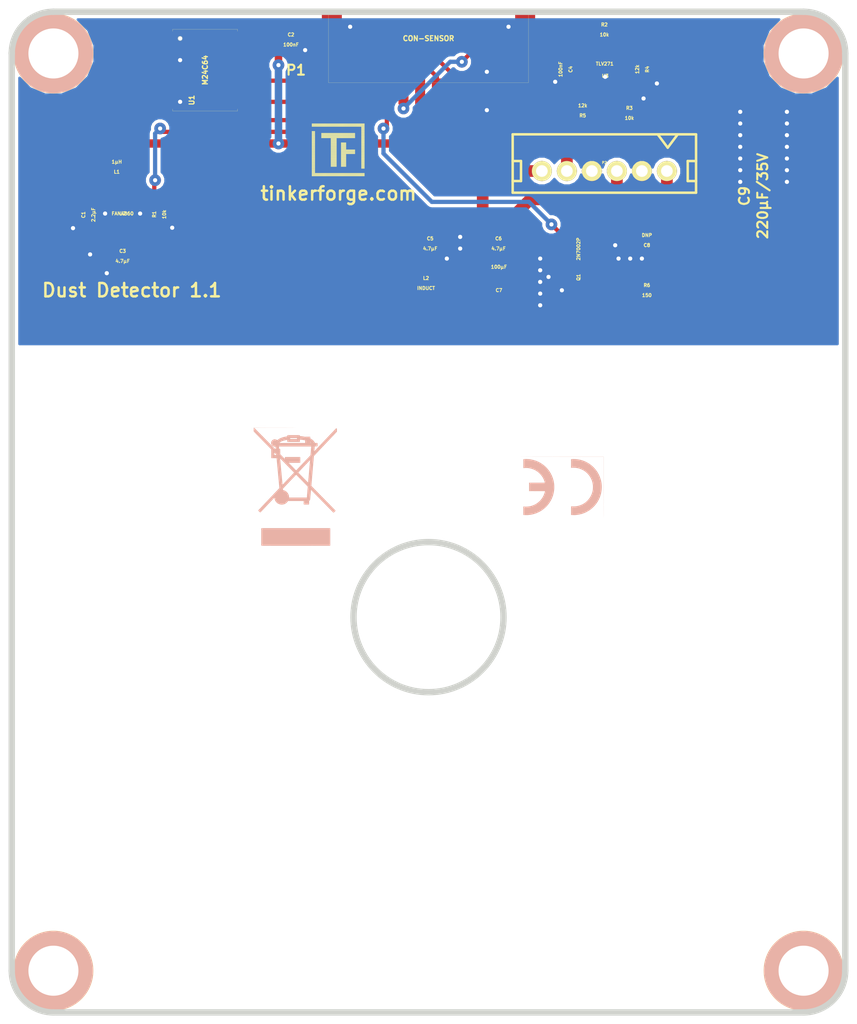
<source format=kicad_pcb>
(kicad_pcb (version 4) (host pcbnew 4.0.2-4+6225~38~ubuntu15.10.1-stable)
  (title_block (title "Dust Detector Bricklet") (date 2016-03-04) (rev 1.1) (company "Tinkerforfge GmbH") (comment 1 "Licensed under CERN OHL v.1.1") (comment 2 "Copyright (©) 2016, B.Nordmeyer <bastian@tinkerforge.com>"))
  (layers (0 F.Cu signal) (31 B.Cu signal hide) (34 B.Paste user) (35 F.Paste user) (36 B.SilkS user) (37 F.SilkS user) (38 B.Mask user) (39 F.Mask user) (44 Edge.Cuts user))
  (net 0 "")
  (net 1 +5V)
  (net 2 3V3)
  (net 3 EN)
  (net 4 GND)
  (net 5 "Net-(L1-Pad2)")
  (net 6 "Net-(P1-Pad4)")
  (net 7 "Net-(P1-Pad5)")
  (net 8 "Net-(P1-Pad6)")
  (net 9 "Net-(P1-Pad7)")
  (net 10 "Net-(R2-Pad1)")
  (net 11 "Net-(C6-Pad2)")
  (net 12 "Net-(C8-Pad2)")
  (net 13 "Net-(P1-Pad8)")
  (net 14 "Net-(R3-Pad2)")
  (net 15 "Net-(P2-Pad3)")
  (net 16 "Net-(P2-Pad5)")
  (module kicad-libraries:DRILL_NP (layer F.Cu) (at 121.4 65.6)
    (fp_text reference U6 hide)
    (fp_text value DRILL hide)
    (pad "" np_thru_hole circle (at 0 0) (size 2.99974 2.99974) (drill 2.99974) (layers *.Cu *.Mask F.SilkS) (clearance 0.89916))
  )
  (module kicad-libraries:3528-21 (layer F.Cu) (at 148.1 79.3)
    (fp_text reference C7 (at 0.025 0.5) (layer F.SilkS) (effects (font (size 0.2 0.2) (thickness 0.05))))
    (fp_text value 100µF (at 0.025 -0.9) (layer F.SilkS) (effects (font (size 0.2 0.2) (thickness 0.05))))
    (pad 1 smd rect (at -1.40048 0) (size 1.59954 2.79908) (layers F.Cu F.Paste F.Mask) (net 11 "Net-(C6-Pad2)") (clearance 0.14986))
    (pad 2 smd rect (at 1.40048 0) (size 1.59954 2.79908) (layers F.Cu F.Paste F.Mask) (net 4 GND) (clearance 0.14986))
  )
  (module kicad-libraries:CON-SENSOR (layer F.Cu) (at 143.9 63.1 180)
    (fp_text reference P1 (at 7.9502 -3.50012 180) (layer F.SilkS) (effects (font (size 0.59944 0.59944) (thickness 0.12446))))
    (fp_text value CON-SENSOR (at 0 -1.6002 180) (layer F.SilkS) (effects (font (size 0.29972 0.29972) (thickness 0.07112))))
    (pad 1 smd rect (at -4.50088 -4.7752 180) (size 0.59944 1.5494) (layers F.Cu F.Paste F.Mask))
    (pad 2 smd rect (at -3.50012 -4.7752 180) (size 0.59944 1.5494) (layers F.Cu F.Paste F.Mask) (net 4 GND))
    (pad 3 smd rect (at -2.49936 -4.7752 180) (size 0.59944 1.5494) (layers F.Cu F.Paste F.Mask) (net 2 3V3))
    (pad 4 smd rect (at -1.50114 -4.7752 180) (size 0.59944 1.5494) (layers F.Cu F.Paste F.Mask) (net 6 "Net-(P1-Pad4)"))
    (pad 5 smd rect (at -0.50038 -4.7752 180) (size 0.59944 1.5494) (layers F.Cu F.Paste F.Mask) (net 7 "Net-(P1-Pad5)"))
    (pad 6 smd rect (at 0.50038 -4.7752 180) (size 0.59944 1.5494) (layers F.Cu F.Paste F.Mask) (net 8 "Net-(P1-Pad6)"))
    (pad 7 smd rect (at 1.50114 -4.7752 180) (size 0.59944 1.5494) (layers F.Cu F.Paste F.Mask) (net 9 "Net-(P1-Pad7)"))
    (pad 8 smd rect (at 2.49936 -4.7752 180) (size 0.59944 1.5494) (layers F.Cu F.Paste F.Mask) (net 13 "Net-(P1-Pad8)"))
    (pad 9 smd rect (at 3.50012 -4.7752 180) (size 0.59944 1.5494) (layers F.Cu F.Paste F.Mask) (net 3 EN))
    (pad 10 smd rect (at 4.50088 -4.7752 180) (size 0.59944 1.5494) (layers F.Cu F.Paste F.Mask))
    (pad EP smd rect (at -5.79882 -0.89916 180) (size 1.19888 1.80086) (layers F.Cu F.Paste F.Mask) (net 4 GND))
    (pad EP smd rect (at 5.79882 -0.89916 180) (size 1.19888 1.80086) (layers F.Cu F.Paste F.Mask) (net 4 GND))
  )
  (module kicad-libraries:SOT23GDS (layer F.Cu) (at 152.9 78.1 90)
    (fp_text reference Q1 (at -0.925 0 90) (layer F.SilkS) (effects (font (size 0.2 0.2) (thickness 0.05))))
    (fp_text value 2N7002P (at 0.775 0 90) (layer F.SilkS) (effects (font (size 0.2 0.2) (thickness 0.05))))
    (pad S smd rect (at -0.889 -1.016 90) (size 0.9144 0.9144) (layers F.Cu F.Paste F.Mask) (net 4 GND))
    (pad G smd rect (at 0.889 -1.016 90) (size 0.9144 0.9144) (layers F.Cu F.Paste F.Mask) (net 13 "Net-(P1-Pad8)"))
    (pad D smd rect (at 0 1.016 90) (size 0.9144 0.9144) (layers F.Cu F.Paste F.Mask) (net 15 "Net-(P2-Pad3)"))
  )
  (module kicad-libraries:SOIC8 (layer F.Cu) (at 130.5 66.6 270)
    (fp_text reference U1 (at 1.8 0.8 270) (layer F.SilkS) (effects (font (size 0.29972 0.29972) (thickness 0.0762))))
    (fp_text value M24C64 (at 0 0 270) (layer F.SilkS) (effects (font (size 0.29972 0.29972) (thickness 0.0762))))
    (pad 1 smd rect (at -1.90246 2.69748 90) (size 0.59944 1.5494) (layers F.Cu F.Paste F.Mask) (net 4 GND))
    (pad 2 smd rect (at -0.63246 2.69748 90) (size 0.59944 1.5494) (layers F.Cu F.Paste F.Mask) (net 4 GND))
    (pad 3 smd rect (at 0.63246 2.69748 90) (size 0.59944 1.5494) (layers F.Cu F.Paste F.Mask) (net 8 "Net-(P1-Pad6)"))
    (pad 4 smd rect (at 1.90246 2.69748 90) (size 0.59944 1.5494) (layers F.Cu F.Paste F.Mask) (net 4 GND))
    (pad 5 smd rect (at 1.90246 -2.69748 270) (size 0.59944 1.5494) (layers F.Cu F.Paste F.Mask) (net 7 "Net-(P1-Pad5)"))
    (pad 6 smd rect (at 0.63246 -2.69748 270) (size 0.59944 1.5494) (layers F.Cu F.Paste F.Mask) (net 6 "Net-(P1-Pad4)"))
    (pad 7 smd rect (at -0.63246 -2.69748 270) (size 0.59944 1.5494) (layers F.Cu F.Paste F.Mask))
    (pad 8 smd rect (at -1.90246 -2.69748 270) (size 0.59944 1.5494) (layers F.Cu F.Paste F.Mask) (net 2 3V3))
  )
  (module kicad-libraries:UMLP_22 (layer F.Cu) (at 125.55 75.2 180)
    (fp_text reference U2 (at 0 0 180) (layer F.SilkS) (effects (font (size 0.2 0.2) (thickness 0.05))))
    (fp_text value FAN4860 (at 0 0 180) (layer F.SilkS) (effects (font (size 0.2 0.2) (thickness 0.05))))
    (pad 3 smd rect (at -0.65 -1.05 180) (size 0.25 0.8) (layers F.Cu F.Paste F.Mask) (net 1 +5V))
    (pad 2 smd rect (at 0 -1.05 180) (size 0.25 0.8) (layers F.Cu F.Paste F.Mask) (net 1 +5V))
    (pad 1 smd rect (at 0.65 -1.05 180) (size 0.25 0.8) (layers F.Cu F.Paste F.Mask) (net 4 GND))
    (pad 4 smd rect (at -0.65 1.05 180) (size 0.25 0.8) (layers F.Cu F.Paste F.Mask) (net 3 EN))
    (pad 5 smd rect (at 0 1.05 180) (size 0.25 0.8) (layers F.Cu F.Paste F.Mask) (net 5 "Net-(L1-Pad2)"))
    (pad 6 smd rect (at 0.65 1.05 180) (size 0.25 0.8) (layers F.Cu F.Paste F.Mask) (net 2 3V3))
    (pad EP smd rect (at 0 0 180) (size 1.45 0.8) (layers F.Cu F.Paste F.Mask) (net 4 GND))
  )
  (module kicad-libraries:SOT23-5 (layer F.Cu) (at 154.5 66.6)
    (fp_text reference U3 (at 0 0.35052) (layer F.SilkS) (effects (font (size 0.2 0.2) (thickness 0.05))))
    (fp_text value TLV271 (at -0.03 -0.38) (layer F.SilkS) (effects (font (size 0.2 0.2) (thickness 0.05))))
    (pad 1 smd rect (at -0.94996 1.19888) (size 0.50038 0.8001) (layers F.Cu F.Paste F.Mask) (net 9 "Net-(P1-Pad7)") (clearance 0.14986))
    (pad 2 smd rect (at 0 1.19888) (size 0.50038 0.8001) (layers F.Cu F.Paste F.Mask) (net 4 GND) (clearance 0.14986))
    (pad 3 smd rect (at 0.94996 1.19888) (size 0.50038 0.8001) (layers F.Cu F.Paste F.Mask) (net 14 "Net-(R3-Pad2)") (clearance 0.14986))
    (pad 5 smd rect (at -0.94996 -1.19888) (size 0.50038 0.8001) (layers F.Cu F.Paste F.Mask) (net 2 3V3) (clearance 0.14986))
    (pad 4 smd rect (at 0.94996 -1.19888) (size 0.50038 0.8001) (layers F.Cu F.Paste F.Mask) (net 10 "Net-(R2-Pad1)") (clearance 0.14986))
  )
  (module kicad-libraries:DRILL_NP (layer F.Cu) (at 121.4 120.6)
    (fp_text reference U4 hide)
    (fp_text value DRILL hide)
    (pad "" np_thru_hole circle (at 0 0) (size 2.99974 2.99974) (drill 2.99974) (layers *.Cu *.Mask F.SilkS) (clearance 0.89916))
  )
  (module kicad-libraries:DRILL_NP (layer F.Cu) (at 166.4 65.6)
    (fp_text reference U5 hide)
    (fp_text value DRILL hide)
    (pad "" np_thru_hole circle (at 0 0) (size 2.99974 2.99974) (drill 2.99974) (layers *.Cu *.Mask F.SilkS) (clearance 0.89916))
  )
  (module kicad-libraries:DRILL_NP (layer F.Cu) (at 166.4 120.6)
    (fp_text reference U7 hide)
    (fp_text value DRILL hide)
    (pad "" np_thru_hole circle (at 0 0) (size 2.99974 2.99974) (drill 2.99974) (layers *.Cu *.Mask F.SilkS) (clearance 0.89916))
  )
  (module kicad-libraries:Logo_31x31 (layer F.Cu) (at 136.9 69.8)
    (fp_text reference G*** hide)
    (fp_text value Logo_31x31 hide)
  )
  (module kicad-libraries:WEEE_7mm_back (layer B.Cu) (at 135.9 91.6)
    (fp_text reference VAL hide)
    (fp_text value WEEE_7mm_back hide)
  )
  (module kicad-libraries:CE_5mm (layer B.Cu) (at 151.9 91.6 180)
    (fp_text reference VAL hide)
    (fp_text value CE_5mm hide)
  )
  (module kicad-libraries:Fiducial_Mark (layer F.Cu) (at 121.4 77.6)
    (fp_text reference Fiducial_Mark hide)
    (fp_text value VAL** hide)
    (pad 1 smd circle (at 0 0) (size 1.00076 1.00076) (layers F.Cu F.Mask) (clearance 0.65024))
  )
  (module kicad-libraries:Fiducial_Mark (layer F.Cu) (at 161.4 65.6)
    (fp_text reference Fiducial_Mark hide)
    (fp_text value VAL** hide)
    (pad 1 smd circle (at 0 0) (size 1.00076 1.00076) (layers F.Cu F.Mask) (clearance 0.65024))
  )
  (module kicad-libraries:ELKO_63 (layer F.Cu) (at 163.95 74.15 270)
    (fp_text reference C9 (at 0 1.1 270) (layer F.SilkS) (effects (font (size 0.59944 0.59944) (thickness 0.12446))))
    (fp_text value 220µF/35V (at 0 0 270) (layer F.SilkS) (effects (font (size 0.59944 0.59944) (thickness 0.12446))))
    (pad 2 smd rect (at -2.7 0 270) (size 3.5 1.6) (layers F.Cu F.Paste F.Mask) (net 4 GND))
    (pad 1 smd rect (at 2.7 0 270) (size 3.5 1.6) (layers F.Cu F.Paste F.Mask) (net 12 "Net-(C8-Pad2)"))
  )
  (module kicad-libraries:B6B-ZR (layer F.Cu) (at 154.45 72.65 180)
    (fp_text reference P2 (at 0 0.5 180) (layer F.SilkS) (effects (font (size 0.15 0.15) (thickness 0.0375))))
    (fp_text value CONN_6)
    (pad 1 thru_hole circle (at -3.75 0 180) (size 1.2 1.2) (drill 0.7) (layers *.Cu *.Mask F.SilkS) (net 12 "Net-(C8-Pad2)"))
    (pad 2 thru_hole circle (at -2.25 0 180) (size 1.2 1.2) (drill 0.7) (layers *.Cu *.Mask F.SilkS) (net 4 GND))
    (pad 3 thru_hole circle (at -0.75 0 180) (size 1.2 1.2) (drill 0.7) (layers *.Cu *.Mask F.SilkS) (net 15 "Net-(P2-Pad3)"))
    (pad 4 thru_hole circle (at 0.75 0 180) (size 1.2 1.2) (drill 0.7) (layers *.Cu *.Mask F.SilkS) (net 4 GND))
    (pad 5 thru_hole circle (at 2.25 0 180) (size 1.2 1.2) (drill 0.7) (layers *.Cu *.Mask F.SilkS) (net 16 "Net-(P2-Pad5)"))
    (pad 6 thru_hole circle (at 3.75 0 180) (size 1.2 1.2) (drill 0.7) (layers *.Cu *.Mask F.SilkS) (net 11 "Net-(C6-Pad2)"))
  )
  (module kicad-libraries:0603E (layer F.Cu) (at 123.425 75.225 270)
    (fp_text reference C1 (at 0.05 0.225 270) (layer F.SilkS) (effects (font (size 0.2 0.2) (thickness 0.05))))
    (fp_text value 2.2µF (at 0.05 -0.375 270) (layer F.SilkS) (effects (font (size 0.2 0.2) (thickness 0.05))))
    (pad 1 smd rect (at -0.8501 0 270) (size 1.1 1) (layers F.Cu F.Paste F.Mask) (net 2 3V3))
    (pad 2 smd rect (at 0.8501 0 270) (size 1.1 1) (layers F.Cu F.Paste F.Mask) (net 4 GND))
  )
  (module kicad-libraries:0603E (layer F.Cu) (at 135.7 64.7 180)
    (fp_text reference C2 (at 0.05 0.225 180) (layer F.SilkS) (effects (font (size 0.2 0.2) (thickness 0.05))))
    (fp_text value 100nF (at 0.05 -0.375 180) (layer F.SilkS) (effects (font (size 0.2 0.2) (thickness 0.05))))
    (pad 1 smd rect (at -0.8501 0 180) (size 1.1 1) (layers F.Cu F.Paste F.Mask) (net 4 GND))
    (pad 2 smd rect (at 0.8501 0 180) (size 1.1 1) (layers F.Cu F.Paste F.Mask) (net 2 3V3))
  )
  (module kicad-libraries:0805E (layer F.Cu) (at 125.55 77.65 180)
    (fp_text reference C3 (at 0 0.2 180) (layer F.SilkS) (effects (font (size 0.2 0.2) (thickness 0.05))))
    (fp_text value 4.7µF (at 0 -0.4 180) (layer F.SilkS) (effects (font (size 0.2 0.2) (thickness 0.05))))
    (pad 1 smd rect (at -0.95 0 180) (size 1.3 1.5) (layers F.Cu F.Paste F.Mask) (net 1 +5V) (clearance 0.14986))
    (pad 2 smd rect (at 0.95 0 180) (size 1.3 1.5) (layers F.Cu F.Paste F.Mask) (net 4 GND) (clearance 0.14986))
  )
  (module kicad-libraries:0603E (layer F.Cu) (at 152.2 66.6 90)
    (fp_text reference C4 (at 0.05 0.225 90) (layer F.SilkS) (effects (font (size 0.2 0.2) (thickness 0.05))))
    (fp_text value 100nF (at 0.05 -0.375 90) (layer F.SilkS) (effects (font (size 0.2 0.2) (thickness 0.05))))
    (pad 1 smd rect (at -0.8501 0 90) (size 1.1 1) (layers F.Cu F.Paste F.Mask) (net 4 GND))
    (pad 2 smd rect (at 0.8501 0 90) (size 1.1 1) (layers F.Cu F.Paste F.Mask) (net 2 3V3))
  )
  (module kicad-libraries:0805E (layer F.Cu) (at 144 76.9 180)
    (fp_text reference C5 (at 0 0.2 180) (layer F.SilkS) (effects (font (size 0.2 0.2) (thickness 0.05))))
    (fp_text value 4.7µF (at 0 -0.4 180) (layer F.SilkS) (effects (font (size 0.2 0.2) (thickness 0.05))))
    (pad 1 smd rect (at -0.95 0 180) (size 1.3 1.5) (layers F.Cu F.Paste F.Mask) (net 4 GND) (clearance 0.14986))
    (pad 2 smd rect (at 0.95 0 180) (size 1.3 1.5) (layers F.Cu F.Paste F.Mask) (net 1 +5V) (clearance 0.14986))
  )
  (module kicad-libraries:0805E (layer F.Cu) (at 148.1 76.9 180)
    (fp_text reference C6 (at 0 0.2 180) (layer F.SilkS) (effects (font (size 0.2 0.2) (thickness 0.05))))
    (fp_text value 4.7µF (at 0 -0.4 180) (layer F.SilkS) (effects (font (size 0.2 0.2) (thickness 0.05))))
    (pad 1 smd rect (at -0.95 0 180) (size 1.3 1.5) (layers F.Cu F.Paste F.Mask) (net 4 GND) (clearance 0.14986))
    (pad 2 smd rect (at 0.95 0 180) (size 1.3 1.5) (layers F.Cu F.Paste F.Mask) (net 11 "Net-(C6-Pad2)") (clearance 0.14986))
  )
  (module kicad-libraries:0805E (layer F.Cu) (at 157 76.9)
    (fp_text reference C8 (at 0 0.2) (layer F.SilkS) (effects (font (size 0.2 0.2) (thickness 0.05))))
    (fp_text value DNP (at 0 -0.4) (layer F.SilkS) (effects (font (size 0.2 0.2) (thickness 0.05))))
    (pad 1 smd rect (at -0.95 0) (size 1.3 1.5) (layers F.Cu F.Paste F.Mask) (net 4 GND) (clearance 0.14986))
    (pad 2 smd rect (at 0.95 0) (size 1.3 1.5) (layers F.Cu F.Paste F.Mask) (net 12 "Net-(C8-Pad2)") (clearance 0.14986))
  )
  (module kicad-libraries:0805E (layer F.Cu) (at 125.2 72.5)
    (fp_text reference L1 (at 0 0.2) (layer F.SilkS) (effects (font (size 0.2 0.2) (thickness 0.05))))
    (fp_text value 1µH (at 0 -0.4) (layer F.SilkS) (effects (font (size 0.2 0.2) (thickness 0.05))))
    (pad 1 smd rect (at -0.95 0) (size 1.3 1.5) (layers F.Cu F.Paste F.Mask) (net 2 3V3) (clearance 0.14986))
    (pad 2 smd rect (at 0.95 0) (size 1.3 1.5) (layers F.Cu F.Paste F.Mask) (net 5 "Net-(L1-Pad2)") (clearance 0.14986))
  )
  (module kicad-libraries:0603E (layer F.Cu) (at 143.8 79.3 180)
    (fp_text reference L2 (at 0.05 0.225 180) (layer F.SilkS) (effects (font (size 0.2 0.2) (thickness 0.05))))
    (fp_text value INDUCT (at 0.05 -0.375 180) (layer F.SilkS) (effects (font (size 0.2 0.2) (thickness 0.05))))
    (pad 1 smd rect (at -0.8501 0 180) (size 1.1 1) (layers F.Cu F.Paste F.Mask) (net 11 "Net-(C6-Pad2)"))
    (pad 2 smd rect (at 0.8501 0 180) (size 1.1 1) (layers F.Cu F.Paste F.Mask) (net 1 +5V))
  )
  (module kicad-libraries:0603E (layer F.Cu) (at 127.675 75.2 270)
    (fp_text reference R1 (at 0.05 0.225 270) (layer F.SilkS) (effects (font (size 0.2 0.2) (thickness 0.05))))
    (fp_text value 10k (at 0.05 -0.375 270) (layer F.SilkS) (effects (font (size 0.2 0.2) (thickness 0.05))))
    (pad 1 smd rect (at -0.8501 0 270) (size 1.1 1) (layers F.Cu F.Paste F.Mask) (net 3 EN))
    (pad 2 smd rect (at 0.8501 0 270) (size 1.1 1) (layers F.Cu F.Paste F.Mask) (net 4 GND))
  )
  (module kicad-libraries:0603E (layer F.Cu) (at 154.5 64.1 180)
    (fp_text reference R2 (at 0.05 0.225 180) (layer F.SilkS) (effects (font (size 0.2 0.2) (thickness 0.05))))
    (fp_text value 10k (at 0.05 -0.375 180) (layer F.SilkS) (effects (font (size 0.2 0.2) (thickness 0.05))))
    (pad 1 smd rect (at -0.8501 0 180) (size 1.1 1) (layers F.Cu F.Paste F.Mask) (net 10 "Net-(R2-Pad1)"))
    (pad 2 smd rect (at 0.8501 0 180) (size 1.1 1) (layers F.Cu F.Paste F.Mask) (net 9 "Net-(P1-Pad7)"))
  )
  (module kicad-libraries:0603E (layer F.Cu) (at 156 69.1 180)
    (fp_text reference R3 (at 0.05 0.225 180) (layer F.SilkS) (effects (font (size 0.2 0.2) (thickness 0.05))))
    (fp_text value 10k (at 0.05 -0.375 180) (layer F.SilkS) (effects (font (size 0.2 0.2) (thickness 0.05))))
    (pad 1 smd rect (at -0.8501 0 180) (size 1.1 1) (layers F.Cu F.Paste F.Mask) (net 4 GND))
    (pad 2 smd rect (at 0.8501 0 180) (size 1.1 1) (layers F.Cu F.Paste F.Mask) (net 14 "Net-(R3-Pad2)"))
  )
  (module kicad-libraries:0603E (layer F.Cu) (at 156.8 66.6 90)
    (fp_text reference R4 (at 0.05 0.225 90) (layer F.SilkS) (effects (font (size 0.2 0.2) (thickness 0.05))))
    (fp_text value 12k (at 0.05 -0.375 90) (layer F.SilkS) (effects (font (size 0.2 0.2) (thickness 0.05))))
    (pad 1 smd rect (at -0.8501 0 90) (size 1.1 1) (layers F.Cu F.Paste F.Mask) (net 4 GND))
    (pad 2 smd rect (at 0.8501 0 90) (size 1.1 1) (layers F.Cu F.Paste F.Mask) (net 10 "Net-(R2-Pad1)"))
  )
  (module kicad-libraries:0603E (layer F.Cu) (at 153.1 69.1)
    (fp_text reference R5 (at 0.05 0.225) (layer F.SilkS) (effects (font (size 0.2 0.2) (thickness 0.05))))
    (fp_text value 12k (at 0.05 -0.375) (layer F.SilkS) (effects (font (size 0.2 0.2) (thickness 0.05))))
    (pad 1 smd rect (at -0.8501 0) (size 1.1 1) (layers F.Cu F.Paste F.Mask) (net 16 "Net-(P2-Pad5)"))
    (pad 2 smd rect (at 0.8501 0) (size 1.1 1) (layers F.Cu F.Paste F.Mask) (net 14 "Net-(R3-Pad2)"))
  )
  (module kicad-libraries:0805E (layer F.Cu) (at 157 79.7 180)
    (fp_text reference R6 (at 0 0.2 180) (layer F.SilkS) (effects (font (size 0.2 0.2) (thickness 0.05))))
    (fp_text value 150 (at 0 -0.4 180) (layer F.SilkS) (effects (font (size 0.2 0.2) (thickness 0.05))))
    (pad 1 smd rect (at -0.95 0 180) (size 1.3 1.5) (layers F.Cu F.Paste F.Mask) (net 12 "Net-(C8-Pad2)") (clearance 0.14986))
    (pad 2 smd rect (at 0.95 0 180) (size 1.3 1.5) (layers F.Cu F.Paste F.Mask) (net 1 +5V) (clearance 0.14986))
  )
  (gr_line (start 168.9 65.6) (end 168.9 120.6) (angle 90) (layer Edge.Cuts) (width 0.381))
  (gr_line (start 118.9 120.6) (end 118.9 65.6) (angle 90) (layer Edge.Cuts) (width 0.381))
  (gr_circle (center 143.9 99.4) (end 148.4 99.4) (layer Edge.Cuts) (width 0.381))
  (gr_line (start 118.9 65.55) (end 118.9 65.6) (angle 90) (layer Edge.Cuts) (width 0.381))
  (gr_line (start 166.4 63.1) (end 121.4 63.1) (angle 90) (layer Edge.Cuts) (width 0.381))
  (gr_line (start 121.4 123.1) (end 166.4 123.1) (angle 90) (layer Edge.Cuts) (width 0.381))
  (gr_arc (start 121.4 120.6) (end 121.4 123.1) (angle 90) (layer Edge.Cuts) (width 0.381))
  (gr_arc (start 121.4 65.6) (end 118.9 65.6) (angle 90) (layer Edge.Cuts) (width 0.381))
  (gr_arc (start 166.4 65.6) (end 166.4 63.1) (angle 90) (layer Edge.Cuts) (width 0.381))
  (gr_arc (start 166.4 120.6) (end 168.9 120.6) (angle 90) (layer Edge.Cuts) (width 0.381))
  (gr_text "Dust Detector 1.1" (at 126.1 79.8) (layer F.SilkS) (effects (font (size 0.8 0.8))))
  (gr_text tinkerforge.com (at 138.5 74) (layer F.SilkS) (effects (font (size 0.8 0.8))))
  (segment (start 125.55 76.25) (end 125.55 76.7) (width 0.254) (layer F.Cu) (net 1))
  (segment (start 125.55 76.7) (end 126.5 77.65) (width 0.254) (layer F.Cu) (net 1))
  (segment (start 142.9999 76.90066) (end 142.99924 76.9) (width 1) (layer F.Cu) (net 1))
  (segment (start 142.9999 79.3) (end 142.9999 76.90066) (width 1) (layer F.Cu) (net 1))
  (segment (start 131.8 76.9) (end 131.05 77.65) (width 1) (layer F.Cu) (net 1))
  (segment (start 131.05 77.65) (end 126.3501 77.65) (width 1) (layer F.Cu) (net 1))
  (segment (start 137.8 76.9) (end 131.8 76.9) (width 1) (layer F.Cu) (net 1))
  (segment (start 142.99924 76.9) (end 137.8 76.9) (width 1) (layer F.Cu) (net 1))
  (segment (start 154.8 79.7) (end 152.4 82.1) (width 1) (layer F.Cu) (net 1))
  (segment (start 152.4 82.1) (end 142.9 82.1) (width 1) (layer F.Cu) (net 1))
  (segment (start 142.9 82.1) (end 137.7 76.9) (width 1) (layer F.Cu) (net 1))
  (segment (start 137.7 76.9) (end 137.8 76.9) (width 1) (layer F.Cu) (net 1))
  (segment (start 155.99924 79.7) (end 154.8 79.7) (width 1) (layer F.Cu) (net 1))
  (segment (start 126.2 77.4999) (end 126.3501 77.65) (width 0.5) (layer F.Cu) (net 1))
  (segment (start 126.2 76.25) (end 126.2 77.4999) (width 0.254) (layer F.Cu) (net 1))
  (segment (start 152.0499 65.9) (end 146.942002 65.9) (width 0.5) (layer F.Cu) (net 2))
  (segment (start 146.39936 66.70064) (end 146.39936 67.8752) (width 0.45) (layer F.Cu) (net 2))
  (segment (start 146.683253 66.158749) (end 146.942002 65.9) (width 0.45) (layer F.Cu) (net 2))
  (segment (start 146.683253 66.416747) (end 146.683253 66.158749) (width 0.45) (layer F.Cu) (net 2))
  (segment (start 146.39936 66.70064) (end 146.683253 66.416747) (width 0.45) (layer F.Cu) (net 2))
  (segment (start 152.0499 65.9) (end 152.2 65.7499) (width 0.5) (layer F.Cu) (net 2))
  (segment (start 122.1 72) (end 122.1 73.8) (width 0.5) (layer F.Cu) (net 2))
  (segment (start 122.6749 74.3749) (end 123.425 74.3749) (width 0.5) (layer F.Cu) (net 2))
  (segment (start 122.1 73.8) (end 122.6749 74.3749) (width 0.5) (layer F.Cu) (net 2))
  (segment (start 124.19924 73.09924) (end 124.19924 72.5) (width 0.5) (layer F.Cu) (net 2))
  (segment (start 124.9 73.8) (end 124.19924 73.09924) (width 0.254) (layer F.Cu) (net 2))
  (segment (start 124.9 74.15) (end 124.9 73.8) (width 0.254) (layer F.Cu) (net 2))
  (segment (start 146.39936 68.80064) (end 145.8 69.4) (width 0.5) (layer F.Cu) (net 2))
  (segment (start 146.39936 67.8752) (end 146.39936 68.80064) (width 0.5) (layer F.Cu) (net 2))
  (segment (start 141.8 71) (end 134.9 71) (width 0.5) (layer F.Cu) (net 2))
  (segment (start 143.4 69.4) (end 141.8 71) (width 0.5) (layer F.Cu) (net 2))
  (segment (start 145.8 69.4) (end 143.4 69.4) (width 0.5) (layer F.Cu) (net 2))
  (segment (start 134.9 71) (end 123.1 71) (width 0.5) (layer F.Cu) (net 2))
  (segment (start 123.1 71) (end 122.1 72) (width 0.5) (layer F.Cu) (net 2))
  (segment (start 123.9499 74.15) (end 123.425 74.6749) (width 0.45) (layer F.Cu) (net 2))
  (segment (start 124.9 74.15) (end 123.9499 74.15) (width 0.254) (layer F.Cu) (net 2))
  (segment (start 134.9 66.3) (end 134.9 71) (width 0.45) (layer B.Cu) (net 2))
  (via (at 134.9 66.3) (size 0.7) (layers F.Cu B.Cu) (net 2))
  (segment (start 134.9 66.3) (end 134.8999 66.2999) (width 0.45) (layer F.Cu) (net 2))
  (segment (start 134.8999 64.7) (end 134.8999 66.2999) (width 0.45) (layer F.Cu) (net 2))
  (via (at 134.9 71) (size 0.7) (layers F.Cu B.Cu) (net 2))
  (segment (start 133.19994 64.7) (end 133.19748 64.69754) (width 0.45) (layer F.Cu) (net 2))
  (segment (start 134.8999 64.7) (end 133.19994 64.7) (width 0.45) (layer F.Cu) (net 2))
  (segment (start 153.19888 65.40112) (end 152.8001 65.7999) (width 0.45) (layer F.Cu) (net 2))
  (segment (start 152.8001 65.7999) (end 152.2 65.7999) (width 0.45) (layer F.Cu) (net 2))
  (segment (start 153.55004 65.40112) (end 153.19888 65.40112) (width 0.45) (layer F.Cu) (net 2))
  (segment (start 151.9999 66) (end 152.2 65.7999) (width 0.45) (layer F.Cu) (net 2))
  (segment (start 126.2 74.15) (end 127.4751 74.15) (width 0.254) (layer F.Cu) (net 3))
  (segment (start 127.4751 74.15) (end 127.675 74.3499) (width 0.254) (layer F.Cu) (net 3))
  (segment (start 140.39988 67.8752) (end 140.39988 69.00012) (width 0.254) (layer F.Cu) (net 3))
  (segment (start 127.45 73.25) (end 127.45 74.3999) (width 0.254) (layer F.Cu) (net 3))
  (segment (start 127.5 73.2) (end 127.45 73.25) (width 0.254) (layer F.Cu) (net 3))
  (via (at 127.5 73.2) (size 0.7) (layers F.Cu B.Cu) (net 3))
  (segment (start 127.5 70.4) (end 127.5 73.2) (width 0.254) (layer B.Cu) (net 3))
  (segment (start 127.8 70.1) (end 127.5 70.4) (width 0.254) (layer B.Cu) (net 3))
  (via (at 127.8 70.1) (size 0.7) (layers F.Cu B.Cu) (net 3))
  (segment (start 128 70.3) (end 127.8 70.1) (width 0.254) (layer F.Cu) (net 3))
  (segment (start 139.1 70.3) (end 128 70.3) (width 0.254) (layer F.Cu) (net 3))
  (segment (start 140.39988 69.00012) (end 139.1 70.3) (width 0.254) (layer F.Cu) (net 3))
  (segment (start 156.05 76.9) (end 156.05 75.1) (width 0.7) (layer F.Cu) (net 4))
  (segment (start 156.7 74.45) (end 156.7 72.65) (width 0.7) (layer F.Cu) (net 4))
  (segment (start 156.05 75.1) (end 156.7 74.45) (width 0.7) (layer F.Cu) (net 4))
  (segment (start 153.7 72.65) (end 153.7 73.275) (width 0.7) (layer F.Cu) (net 4))
  (segment (start 149.10076 75.24924) (end 149.10076 76.19924) (width 0.7) (layer F.Cu) (net 4))
  (segment (start 150 74.35) (end 149.10076 75.24924) (width 0.7) (layer F.Cu) (net 4))
  (segment (start 152.625 74.35) (end 150 74.35) (width 0.7) (layer F.Cu) (net 4))
  (segment (start 153.7 73.275) (end 152.625 74.35) (width 0.7) (layer F.Cu) (net 4))
  (segment (start 149.10076 76.19924) (end 149.05 76.9) (width 0.7) (layer F.Cu) (net 4))
  (segment (start 123.425 76.0751) (end 122.5751 76.0751) (width 0.7) (layer F.Cu) (net 4))
  (via (at 122.575 76.075) (size 0.7) (drill 0.25) (layers F.Cu B.Cu) (net 4))
  (segment (start 122.5751 76.0751) (end 122.575 76.075) (width 0.7) (layer F.Cu) (net 4))
  (segment (start 127.675 76.0501) (end 128.5249 76.0501) (width 0.7) (layer F.Cu) (net 4))
  (via (at 128.525 76.05) (size 0.7) (drill 0.25) (layers F.Cu B.Cu) (net 4))
  (segment (start 128.5249 76.0501) (end 128.525 76.05) (width 0.7) (layer F.Cu) (net 4))
  (segment (start 124.6 77.65) (end 124.6 78.775) (width 0.7) (layer F.Cu) (net 4))
  (via (at 124.6 78.775) (size 0.7) (drill 0.25) (layers F.Cu B.Cu) (net 4))
  (segment (start 124.6 77.65) (end 123.6 77.65) (width 0.7) (layer F.Cu) (net 4))
  (via (at 123.6 77.65) (size 0.7) (drill 0.25) (layers F.Cu B.Cu) (net 4))
  (segment (start 124.9 76.25) (end 124.9 77.35) (width 0.254) (layer F.Cu) (net 4))
  (segment (start 124.9 77.35) (end 124.6 77.65) (width 0.254) (layer F.Cu) (net 4))
  (segment (start 149.10076 76.19924) (end 149.10076 76.9) (width 0.7) (layer F.Cu) (net 4))
  (segment (start 156.8001 68.3001) (end 156.8 68.3) (width 0.45) (layer F.Cu) (net 4))
  (segment (start 156.8 68.3) (end 156.8 67.4001) (width 0.45) (layer F.Cu) (net 4))
  (via (at 156.8 68.3) (size 0.7) (layers F.Cu B.Cu) (net 4))
  (segment (start 156.8001 69.1) (end 156.8001 68.3001) (width 0.45) (layer F.Cu) (net 4))
  (segment (start 151.5001 67.4001) (end 151.5 67.4) (width 0.5) (layer F.Cu) (net 4))
  (via (at 151.5 67.3) (size 0.7) (layers F.Cu B.Cu) (net 4))
  (segment (start 152.2 67.4001) (end 151.5001 67.4001) (width 0.5) (layer F.Cu) (net 4))
  (segment (start 157.5999 67.4001) (end 157.6 67.4) (width 0.5) (layer F.Cu) (net 4))
  (via (at 157.6 67.4) (size 0.7) (layers F.Cu B.Cu) (net 4))
  (segment (start 156.8 67.4001) (end 157.5999 67.4001) (width 0.5) (layer F.Cu) (net 4))
  (segment (start 136.5001 65.3999) (end 136.5 65.4) (width 0.5) (layer F.Cu) (net 4))
  (via (at 136.5 65.4) (size 0.7) (layers F.Cu B.Cu) (net 4))
  (segment (start 136.5001 64.7) (end 136.5001 65.3999) (width 0.5) (layer F.Cu) (net 4))
  (segment (start 145.00076 77.89924) (end 145 77.9) (width 0.7) (layer F.Cu) (net 4))
  (via (at 145 77.9) (size 0.7) (layers F.Cu B.Cu) (net 4))
  (segment (start 145.00076 76.9) (end 145.00076 77.89924) (width 0.7) (layer F.Cu) (net 4))
  (via (at 145.8 76.6) (size 0.7) (layers F.Cu B.Cu) (net 4))
  (segment (start 145.5 76.9) (end 145.8 76.6) (width 0.7) (layer F.Cu) (net 4))
  (segment (start 145.00076 76.9) (end 145.5 76.9) (width 0.7) (layer F.Cu) (net 4))
  (via (at 145.8 77.3) (size 0.7) (layers F.Cu B.Cu) (net 4))
  (segment (start 145.4 76.9) (end 145.8 77.3) (width 0.7) (layer F.Cu) (net 4))
  (segment (start 145.00076 76.9) (end 145.4 76.9) (width 0.7) (layer F.Cu) (net 4))
  (segment (start 162.60012 71.19988) (end 162.6 71.2) (width 0.7) (layer F.Cu) (net 4))
  (via (at 162.6 71.2) (size 0.7) (layers F.Cu B.Cu) (net 4))
  (segment (start 164 71.19988) (end 162.60012 71.19988) (width 0.7) (layer F.Cu) (net 4))
  (via (at 162.6 71.9) (size 0.7) (layers F.Cu B.Cu) (net 4))
  (segment (start 163.30012 71.19988) (end 162.6 71.9) (width 0.7) (layer F.Cu) (net 4))
  (segment (start 164 71.19988) (end 163.30012 71.19988) (width 0.7) (layer F.Cu) (net 4))
  (via (at 162.6 72.6) (size 0.7) (layers F.Cu B.Cu) (net 4))
  (segment (start 164 71.2) (end 162.6 72.6) (width 0.7) (layer F.Cu) (net 4))
  (segment (start 165.39988 71.19988) (end 165.4 71.2) (width 0.7) (layer F.Cu) (net 4))
  (via (at 165.4 71.2) (size 0.7) (layers F.Cu B.Cu) (net 4))
  (segment (start 164 71.19988) (end 165.39988 71.19988) (width 0.7) (layer F.Cu) (net 4))
  (via (at 165.4 71.9) (size 0.7) (layers F.Cu B.Cu) (net 4))
  (segment (start 164.69988 71.19988) (end 165.4 71.9) (width 0.7) (layer F.Cu) (net 4))
  (segment (start 164 71.19988) (end 164.69988 71.19988) (width 0.7) (layer F.Cu) (net 4))
  (via (at 165.4 72.6) (size 0.7) (layers F.Cu B.Cu) (net 4))
  (segment (start 164 71.2) (end 165.4 72.6) (width 0.7) (layer F.Cu) (net 4))
  (segment (start 164 71.19988) (end 164 71.2) (width 0.7) (layer F.Cu) (net 4))
  (via (at 165.4 70.5) (size 0.7) (layers F.Cu B.Cu) (net 4))
  (segment (start 164.70012 71.19988) (end 165.4 70.5) (width 0.7) (layer F.Cu) (net 4))
  (segment (start 164 71.19988) (end 164.70012 71.19988) (width 0.7) (layer F.Cu) (net 4))
  (via (at 165.4 69.8) (size 0.7) (layers F.Cu B.Cu) (net 4))
  (segment (start 164.00012 71.19988) (end 165.4 69.8) (width 0.7) (layer F.Cu) (net 4))
  (segment (start 164 71.19988) (end 164.00012 71.19988) (width 0.7) (layer F.Cu) (net 4))
  (via (at 162.6 70.5) (size 0.7) (layers F.Cu B.Cu) (net 4))
  (segment (start 163.29988 71.19988) (end 162.6 70.5) (width 0.7) (layer F.Cu) (net 4))
  (segment (start 164 71.19988) (end 163.29988 71.19988) (width 0.7) (layer F.Cu) (net 4))
  (via (at 162.6 69.8) (size 0.7) (layers F.Cu B.Cu) (net 4))
  (segment (start 163.99988 71.19988) (end 162.6 69.8) (width 0.7) (layer F.Cu) (net 4))
  (segment (start 164 71.19988) (end 163.99988 71.19988) (width 0.7) (layer F.Cu) (net 4))
  (via (at 162.6 69.1) (size 0.7) (layers F.Cu B.Cu) (net 4))
  (segment (start 164 70.5) (end 162.6 69.1) (width 0.7) (layer F.Cu) (net 4))
  (via (at 165.4 69.1) (size 0.7) (layers F.Cu B.Cu) (net 4))
  (segment (start 164 70.5) (end 165.4 69.1) (width 0.7) (layer F.Cu) (net 4))
  (segment (start 164 71.19988) (end 164 70.5) (width 0.7) (layer F.Cu) (net 4))
  (via (at 165.4 73.3) (size 0.7) (layers F.Cu B.Cu) (net 4))
  (segment (start 164 71.9) (end 165.4 73.3) (width 0.7) (layer F.Cu) (net 4))
  (via (at 162.6 73.3) (size 0.7) (layers F.Cu B.Cu) (net 4))
  (segment (start 164 71.9) (end 162.6 73.3) (width 0.7) (layer F.Cu) (net 4))
  (segment (start 164 71.19988) (end 164 71.9) (width 0.7) (layer F.Cu) (net 4))
  (segment (start 155.99924 77.89924) (end 156 77.9) (width 0.7) (layer F.Cu) (net 4))
  (via (at 156 77.9) (size 0.7) (layers F.Cu B.Cu) (net 4))
  (segment (start 155.99924 76.9) (end 155.99924 77.89924) (width 0.7) (layer F.Cu) (net 4))
  (via (at 156.7 77.9) (size 0.7) (layers F.Cu B.Cu) (net 4))
  (segment (start 155.99924 77.19924) (end 156.7 77.9) (width 0.7) (layer F.Cu) (net 4))
  (segment (start 155.99924 76.9) (end 155.99924 77.19924) (width 0.7) (layer F.Cu) (net 4))
  (via (at 155.3 77.9) (size 0.7) (layers F.Cu B.Cu) (net 4))
  (segment (start 155.99924 77.20076) (end 155.3 77.9) (width 0.7) (layer F.Cu) (net 4))
  (segment (start 155.99924 76.9) (end 155.99924 77.20076) (width 0.7) (layer F.Cu) (net 4))
  (segment (start 155.3 76.9) (end 155.1 77.1) (width 0.7) (layer F.Cu) (net 4))
  (via (at 155.1 77.1) (size 0.7) (layers F.Cu B.Cu) (net 4))
  (segment (start 155.99924 76.9) (end 155.3 76.9) (width 0.7) (layer F.Cu) (net 4))
  (via (at 150.6 79.3) (size 0.7) (layers F.Cu B.Cu) (net 4))
  (segment (start 149.50048 79.3) (end 150.6 79.3) (width 0.7) (layer F.Cu) (net 4))
  (via (at 150.6 80) (size 0.7) (layers F.Cu B.Cu) (net 4))
  (segment (start 149.9 79.3) (end 150.6 80) (width 0.7) (layer F.Cu) (net 4))
  (via (at 150.6 80.7) (size 0.7) (layers F.Cu B.Cu) (net 4))
  (segment (start 149.50048 79.60048) (end 150.6 80.7) (width 0.7) (layer F.Cu) (net 4))
  (segment (start 149.50048 79.3) (end 149.50048 79.60048) (width 0.7) (layer F.Cu) (net 4))
  (via (at 150.6 78.6) (size 0.7) (layers F.Cu B.Cu) (net 4))
  (segment (start 149.9 79.3) (end 150.6 78.6) (width 0.7) (layer F.Cu) (net 4))
  (segment (start 149.50048 79.3) (end 149.9 79.3) (width 0.7) (layer F.Cu) (net 4))
  (via (at 150.6 77.9) (size 0.7) (layers F.Cu B.Cu) (net 4))
  (segment (start 149.50048 78.99952) (end 150.6 77.9) (width 0.7) (layer F.Cu) (net 4))
  (segment (start 149.50048 79.3) (end 149.50048 78.99952) (width 0.7) (layer F.Cu) (net 4))
  (segment (start 149.50048 77.29972) (end 149.10076 76.9) (width 1) (layer F.Cu) (net 4))
  (segment (start 149.50048 79.3) (end 149.50048 77.29972) (width 1) (layer F.Cu) (net 4))
  (segment (start 124.9 75.85) (end 125.55 75.2) (width 0.254) (layer F.Cu) (net 4))
  (segment (start 124.9 76.25) (end 124.9 75.85) (width 0.254) (layer F.Cu) (net 4))
  (via (at 124.5 75.2) (size 0.7) (layers F.Cu B.Cu) (net 4))
  (segment (start 125.55 75.2) (end 124.5 75.2) (width 0.7) (layer F.Cu) (net 4))
  (via (at 126.6 75.2) (size 0.7) (layers F.Cu B.Cu) (net 4))
  (segment (start 125.55 75.2) (end 126.6 75.2) (width 0.7) (layer F.Cu) (net 4))
  (segment (start 124.9 76.25) (end 124.9 76.6) (width 0.254) (layer F.Cu) (net 4))
  (segment (start 147.40012 68.99988) (end 147.4 69) (width 0.7) (layer F.Cu) (net 4))
  (via (at 147.4 69) (size 0.7) (layers F.Cu B.Cu) (net 4))
  (segment (start 147.40012 67.8752) (end 147.40012 68.99988) (width 0.7) (layer F.Cu) (net 4))
  (segment (start 147.40012 66.70012) (end 147.4 66.7) (width 0.7) (layer F.Cu) (net 4))
  (via (at 147.4 66.7) (size 0.7) (layers F.Cu B.Cu) (net 4))
  (segment (start 147.40012 67.8752) (end 147.40012 66.70012) (width 0.7) (layer F.Cu) (net 4))
  (via (at 154.5 67) (size 0.7) (layers F.Cu B.Cu) (net 4))
  (segment (start 154.5 67.79888) (end 154.5 67) (width 0.7) (layer F.Cu) (net 4))
  (segment (start 151.111 78.989) (end 151.1 79) (width 0.5) (layer F.Cu) (net 4))
  (via (at 151.1 79) (size 0.7) (layers F.Cu B.Cu) (net 4))
  (segment (start 151.884 78.989) (end 151.111 78.989) (width 0.5) (layer F.Cu) (net 4))
  (segment (start 148.70084 63.99916) (end 148.7 64) (width 0.254) (layer F.Cu) (net 4))
  (via (at 148.7 64) (size 0.7) (layers F.Cu B.Cu) (net 4))
  (segment (start 149.69882 63.99916) (end 148.70084 63.99916) (width 0.254) (layer F.Cu) (net 4))
  (segment (start 139.19916 63.99916) (end 139.2 64) (width 0.254) (layer F.Cu) (net 4))
  (via (at 139.2 64) (size 0.7) (layers F.Cu B.Cu) (net 4))
  (segment (start 138.10118 63.99916) (end 139.19916 63.99916) (width 0.254) (layer F.Cu) (net 4))
  (segment (start 128.99754 64.69754) (end 129 64.7) (width 0.254) (layer F.Cu) (net 4))
  (via (at 129 64.7) (size 0.7) (layers F.Cu B.Cu) (net 4))
  (segment (start 127.80252 64.69754) (end 128.99754 64.69754) (width 0.254) (layer F.Cu) (net 4))
  (segment (start 128.96754 65.96754) (end 129 66) (width 0.254) (layer F.Cu) (net 4))
  (via (at 129 66) (size 0.7) (layers F.Cu B.Cu) (net 4))
  (segment (start 127.80252 65.96754) (end 128.96754 65.96754) (width 0.254) (layer F.Cu) (net 4))
  (segment (start 128.99754 68.50246) (end 129 68.5) (width 0.254) (layer F.Cu) (net 4))
  (via (at 129 68.5) (size 0.7) (layers F.Cu B.Cu) (net 4))
  (segment (start 127.80252 68.50246) (end 128.99754 68.50246) (width 0.254) (layer F.Cu) (net 4))
  (segment (start 151.884 79.784) (end 151.9 79.8) (width 0.7) (layer F.Cu) (net 4))
  (via (at 151.9 79.8) (size 0.7) (layers F.Cu B.Cu) (net 4))
  (segment (start 151.884 78.989) (end 151.884 79.784) (width 0.7) (layer F.Cu) (net 4))
  (segment (start 125.55 73.15076) (end 126.20076 72.5) (width 0.45) (layer F.Cu) (net 5))
  (segment (start 125.55 74.15) (end 125.55 73.15076) (width 0.254) (layer F.Cu) (net 5))
  (segment (start 145.40114 66.90114) (end 144 65.5) (width 0.254) (layer F.Cu) (net 6))
  (segment (start 144 65.5) (end 138.2 65.5) (width 0.254) (layer F.Cu) (net 6))
  (segment (start 138.2 65.5) (end 136.46754 67.23246) (width 0.254) (layer F.Cu) (net 6))
  (segment (start 136.46754 67.23246) (end 133.19748 67.23246) (width 0.254) (layer F.Cu) (net 6))
  (segment (start 145.40114 67.8752) (end 145.40114 66.90114) (width 0.254) (layer F.Cu) (net 6))
  (segment (start 144.40038 67.00038) (end 143.5 66.1) (width 0.254) (layer F.Cu) (net 7))
  (segment (start 143.5 66.1) (end 138.6 66.1) (width 0.254) (layer F.Cu) (net 7))
  (segment (start 138.6 66.1) (end 136.19754 68.50246) (width 0.254) (layer F.Cu) (net 7))
  (segment (start 136.19754 68.50246) (end 133.19748 68.50246) (width 0.254) (layer F.Cu) (net 7))
  (segment (start 144.40038 67.8752) (end 144.40038 67.00038) (width 0.254) (layer F.Cu) (net 7))
  (segment (start 143.39962 66.99962) (end 143.1 66.7) (width 0.254) (layer F.Cu) (net 8))
  (segment (start 143.1 66.7) (end 138.9 66.7) (width 0.254) (layer F.Cu) (net 8))
  (segment (start 138.9 66.7) (end 136 69.6) (width 0.254) (layer F.Cu) (net 8))
  (segment (start 136 69.6) (end 132.1 69.6) (width 0.254) (layer F.Cu) (net 8))
  (segment (start 132.1 69.6) (end 129.73246 67.23246) (width 0.254) (layer F.Cu) (net 8))
  (segment (start 129.73246 67.23246) (end 127.80252 67.23246) (width 0.254) (layer F.Cu) (net 8))
  (segment (start 143.39962 67.8752) (end 143.39962 66.99962) (width 0.254) (layer F.Cu) (net 8))
  (segment (start 142.39886 68.89886) (end 142.4 68.9) (width 0.254) (layer F.Cu) (net 9))
  (via (at 142.4 68.9) (size 0.7) (layers F.Cu B.Cu) (net 9))
  (segment (start 142.4 68.9) (end 145.2 66.1) (width 0.254) (layer B.Cu) (net 9))
  (segment (start 145.2 66.1) (end 145.9 66.1) (width 0.254) (layer B.Cu) (net 9))
  (via (at 145.9 66.1) (size 0.7) (layers F.Cu B.Cu) (net 9))
  (segment (start 145.9 66.1) (end 146.7 65.3) (width 0.254) (layer F.Cu) (net 9))
  (segment (start 146.7 65.3) (end 150.4 65.3) (width 0.254) (layer F.Cu) (net 9))
  (segment (start 150.4 65.3) (end 151.6 64.1) (width 0.254) (layer F.Cu) (net 9))
  (segment (start 151.6 64.1) (end 153.6999 64.1) (width 0.254) (layer F.Cu) (net 9))
  (segment (start 142.39886 67.8752) (end 142.39886 68.89886) (width 0.254) (layer F.Cu) (net 9))
  (segment (start 154.275 64.675) (end 154.275 66.125) (width 0.45) (layer F.Cu) (net 9))
  (segment (start 154.275 66.125) (end 153.55004 66.84996) (width 0.45) (layer F.Cu) (net 9))
  (segment (start 153.55004 66.84996) (end 153.55004 67.79888) (width 0.45) (layer F.Cu) (net 9))
  (segment (start 153.8 64.1) (end 154.275 64.575) (width 0.45) (layer F.Cu) (net 9))
  (segment (start 153.6999 64.1) (end 153.8 64.1) (width 0.254) (layer F.Cu) (net 9))
  (segment (start 155.3001 65.25126) (end 155.44996 65.40112) (width 0.45) (layer F.Cu) (net 10))
  (segment (start 155.3001 64.2) (end 155.3001 65.25126) (width 0.45) (layer F.Cu) (net 10))
  (segment (start 156.10112 65.40112) (end 155.44996 65.40112) (width 0.45) (layer F.Cu) (net 10))
  (segment (start 156.4999 65.7999) (end 156.10112 65.40112) (width 0.45) (layer F.Cu) (net 10))
  (segment (start 156.8 65.7999) (end 156.4999 65.7999) (width 0.45) (layer F.Cu) (net 10))
  (segment (start 150.7 72.65) (end 148.425 72.65) (width 0.7) (layer F.Cu) (net 11))
  (segment (start 147.15 73.925) (end 147.15 76.9) (width 0.7) (layer F.Cu) (net 11))
  (segment (start 148.425 72.65) (end 147.15 73.925) (width 0.7) (layer F.Cu) (net 11))
  (segment (start 147.09924 76.9) (end 147.09924 78.90028) (width 1) (layer F.Cu) (net 11))
  (segment (start 147.09924 78.90028) (end 146.69952 79.3) (width 1) (layer F.Cu) (net 11))
  (segment (start 146.69952 79.3) (end 144.6001 79.3) (width 1) (layer F.Cu) (net 11))
  (segment (start 158.2 72.65) (end 158.2 75.1) (width 0.7) (layer F.Cu) (net 12))
  (segment (start 157.95 75.35) (end 157.95 76.9) (width 0.7) (layer F.Cu) (net 12))
  (segment (start 158.2 75.1) (end 157.95 75.35) (width 0.7) (layer F.Cu) (net 12))
  (segment (start 162.50012 79.7) (end 164 78.20012) (width 1) (layer F.Cu) (net 12))
  (segment (start 158.00076 79.7) (end 162.50012 79.7) (width 1) (layer F.Cu) (net 12))
  (segment (start 163.9 76.9) (end 163.95 76.85) (width 1) (layer F.Cu) (net 12))
  (segment (start 158.00076 76.9) (end 163.9 76.9) (width 1) (layer F.Cu) (net 12))
  (segment (start 163.95 78.25012) (end 162.50012 79.7) (width 1) (layer F.Cu) (net 12))
  (segment (start 163.95 76.85) (end 163.95 78.25012) (width 1) (layer F.Cu) (net 12))
  (segment (start 151.884 77.211) (end 151.884 76.459) (width 0.254) (layer F.Cu) (net 13))
  (segment (start 141.40064 69.89936) (end 141.40064 67.8752) (width 0.254) (layer F.Cu) (net 13))
  (segment (start 141.2 70.1) (end 141.40064 69.89936) (width 0.254) (layer F.Cu) (net 13))
  (via (at 141.2 70.1) (size 0.7) (drill 0.25) (layers F.Cu B.Cu) (net 13))
  (segment (start 141.2 71.6) (end 141.2 70.1) (width 0.254) (layer B.Cu) (net 13))
  (segment (start 144.1 74.5) (end 141.2 71.6) (width 0.254) (layer B.Cu) (net 13))
  (segment (start 149.925 74.5) (end 144.1 74.5) (width 0.254) (layer B.Cu) (net 13))
  (segment (start 151.275 75.85) (end 149.925 74.5) (width 0.254) (layer B.Cu) (net 13))
  (via (at 151.275 75.85) (size 0.7) (drill 0.25) (layers F.Cu B.Cu) (net 13))
  (segment (start 151.884 76.459) (end 151.275 75.85) (width 0.254) (layer F.Cu) (net 13))
  (segment (start 151.9 77.195) (end 151.884 77.211) (width 0.254) (layer F.Cu) (net 13))
  (segment (start 153.9001 69.1) (end 155.1999 69.1) (width 0.45) (layer F.Cu) (net 14))
  (segment (start 155.44996 68.84994) (end 155.1999 69.1) (width 0.45) (layer F.Cu) (net 14))
  (segment (start 155.44996 67.79888) (end 155.44996 68.84994) (width 0.45) (layer F.Cu) (net 14))
  (segment (start 155.2 72.65) (end 155.2 73.85) (width 0.7) (layer F.Cu) (net 15))
  (segment (start 153.916 75.134) (end 153.916 78.1) (width 0.7) (layer F.Cu) (net 15))
  (segment (start 155.2 73.85) (end 153.916 75.134) (width 0.7) (layer F.Cu) (net 15))
  (segment (start 152.2 72.65) (end 152.2 69.1499) (width 0.7) (layer F.Cu) (net 16))
  (segment (start 152.2 69.1499) (end 152.2499 69.1) (width 0.7) (layer F.Cu) (net 16))
  (zone (net 4) (net_name GND) (layer B.Cu) (connect_pads (clearance 0.2)) (min_thickness 0.15) (fill yes (arc_segments 16) (thermal_gap 0) (thermal_bridge_width 0.2))
    (polygon (pts (xy 118.9 63.1) (xy 168.9 63.1) (xy 168.9 83.1) (xy 118.9 83.1)))
  )
  (zone (net 1) (net_name +5V) (layer F.Cu) (connect_pads yes (clearance 0.15)) (min_thickness 0.15) (fill yes (arc_segments 16) (thermal_gap 0.15) (thermal_bridge_width 0.15))
    (polygon (pts (xy 125.425 76.55) (xy 125.425 76.875) (xy 125.9 77.35) (xy 126.3 77.35) (xy 126.3 76.55)))
  )
  (zone (net 2) (net_name 3V3) (layer F.Cu) (connect_pads yes (clearance 0.15)) (min_thickness 0.15) (fill yes (arc_segments 16) (thermal_gap 0.15) (thermal_bridge_width 0.15))
    (polygon (pts (xy 125 74.525) (xy 123.25 74.525) (xy 123.25 72.3) (xy 123.925 72.3) (xy 125 73.475)))
  )
)
</source>
